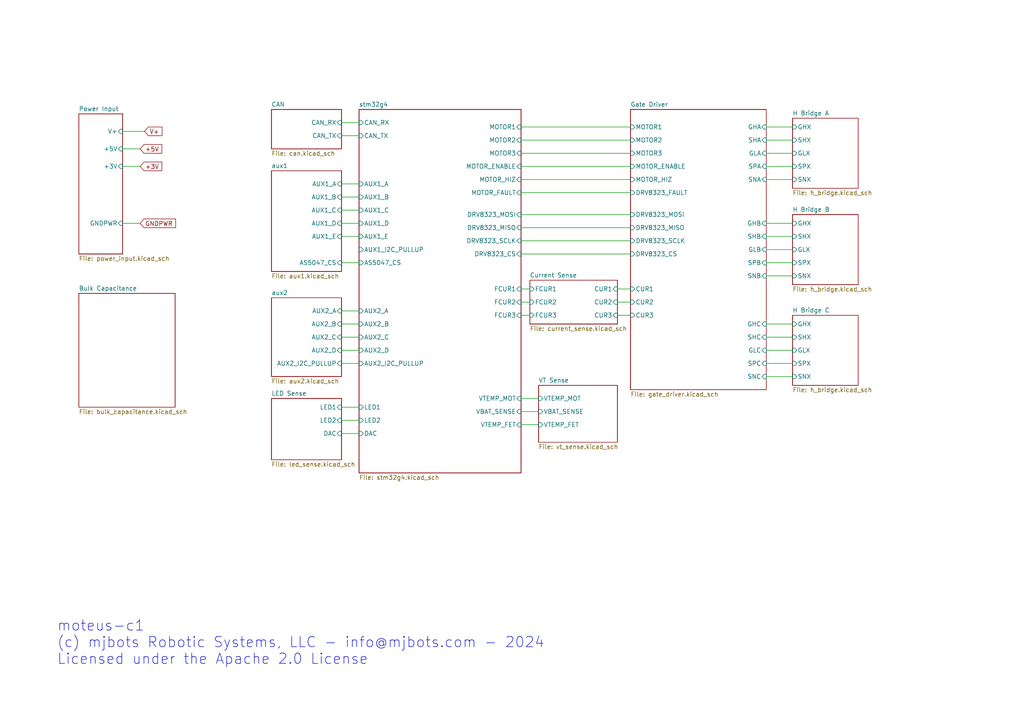
<source format=kicad_sch>
(kicad_sch (version 20230121) (generator eeschema)
  (paper "A4")
  (title_block (title "moteus-c1") (rev "1.2"))
  (lib_symbols)
  (wire (pts (xy 222.25 40.64) (xy 229.87 40.64)))
  (wire (pts (xy 222.25 72.39) (xy 229.87 72.39)))
  (wire (pts (xy 99.06 125.73) (xy 104.14 125.73)))
  (wire (pts (xy 222.25 101.6) (xy 229.87 101.6)))
  (wire (pts (xy 151.13 91.44) (xy 153.67 91.44)))
  (wire (pts (xy 99.06 53.34) (xy 104.14 53.34)))
  (wire (pts (xy 222.25 36.83) (xy 229.87 36.83)))
  (wire (pts (xy 151.13 40.64) (xy 182.88 40.64)))
  (wire (pts (xy 179.07 91.44) (xy 182.88 91.44)))
  (wire (pts (xy 222.25 48.26) (xy 229.87 48.26)))
  (wire (pts (xy 151.13 36.83) (xy 182.88 36.83)))
  (wire (pts (xy 99.06 64.77) (xy 104.14 64.77)))
  (wire (pts (xy 99.06 60.96) (xy 104.14 60.96)))
  (wire (pts (xy 151.13 87.63) (xy 153.67 87.63)))
  (wire (pts (xy 222.25 109.22) (xy 229.87 109.22)))
  (wire (pts (xy 222.25 64.77) (xy 229.87 64.77)))
  (wire (pts (xy 35.56 64.77) (xy 40.64 64.77)))
  (wire (pts (xy 179.07 87.63) (xy 182.88 87.63)))
  (wire (pts (xy 99.06 97.79) (xy 104.14 97.79)))
  (wire (pts (xy 151.13 83.82) (xy 153.67 83.82)))
  (wire (pts (xy 222.25 97.79) (xy 229.87 97.79)))
  (wire (pts (xy 99.06 39.37) (xy 104.14 39.37)))
  (wire (pts (xy 99.06 93.98) (xy 104.14 93.98)))
  (wire (pts (xy 99.06 76.2) (xy 104.14 76.2)))
  (wire (pts (xy 222.25 93.98) (xy 229.87 93.98)))
  (wire (pts (xy 99.06 101.6) (xy 104.14 101.6)))
  (wire (pts (xy 222.25 80.01) (xy 229.87 80.01)))
  (wire (pts (xy 99.06 121.92) (xy 104.14 121.92)))
  (wire (pts (xy 222.25 44.45) (xy 229.87 44.45)))
  (wire (pts (xy 179.07 83.82) (xy 182.88 83.82)))
  (wire (pts (xy 40.64 43.18) (xy 35.56 43.18)))
  (wire (pts (xy 222.25 52.07) (xy 229.87 52.07)))
  (wire (pts (xy 222.25 76.2) (xy 229.87 76.2)))
  (wire (pts (xy 99.06 90.17) (xy 104.14 90.17)))
  (wire (pts (xy 151.13 55.88) (xy 182.88 55.88)))
  (wire (pts (xy 151.13 115.57) (xy 156.21 115.57)))
  (wire (pts (xy 151.13 48.26) (xy 182.88 48.26)))
  (wire (pts (xy 99.06 118.11) (xy 104.14 118.11)))
  (wire (pts (xy 151.13 62.23) (xy 182.88 62.23)))
  (wire (pts (xy 151.13 44.45) (xy 182.88 44.45)))
  (wire (pts (xy 99.06 35.56) (xy 104.14 35.56)))
  (wire (pts (xy 99.06 105.41) (xy 104.14 105.41)))
  (wire (pts (xy 151.13 73.66) (xy 182.88 73.66)))
  (wire (pts (xy 151.13 52.07) (xy 182.88 52.07)))
  (wire (pts (xy 222.25 68.58) (xy 229.87 68.58)))
  (wire (pts (xy 222.25 105.41) (xy 229.87 105.41)))
  (wire (pts (xy 99.06 57.15) (xy 104.14 57.15)))
  (wire (pts (xy 35.56 38.1) (xy 41.91 38.1)))
  (wire (pts (xy 151.13 123.19) (xy 156.21 123.19)))
  (wire (pts (xy 99.06 68.58) (xy 104.14 68.58)))
  (wire (pts (xy 40.64 48.26) (xy 35.56 48.26)))
  (wire (pts (xy 151.13 119.38) (xy 156.21 119.38)))
  (wire (pts (xy 151.13 69.85) (xy 182.88 69.85)))
  (wire (pts (xy 151.13 66.04) (xy 182.88 66.04)))
  (text "moteus-c1\n(c) mjbots Robotic Systems, LLC - info@mjbots.com - 2024\nLicensed under the Apache 2.0 License" (at 16.51 193.04 0) (effects (font (size 3 3)) (justify left bottom)))
  (global_label "+3V" (shape input) (at 40.64 48.26 0) (property "Intersheetrefs" "${INTERSHEET_REFS}" (effects hide)))
  (global_label "V+" (shape input) (at 41.91 38.1 0) (property "Intersheetrefs" "${INTERSHEET_REFS}" (effects hide)))
  (global_label "+5V" (shape input) (at 40.64 43.18 0) (property "Intersheetrefs" "${INTERSHEET_REFS}" (effects hide)))
  (global_label "GNDPWR" (shape input) (at 40.64 64.77 0) (property "Intersheetrefs" "${INTERSHEET_REFS}" (effects hide)))
  (sheet (at 156.21 111.76) (size 22.86 16.51) (stroke (width 0.1524))
    (property "Sheetname" "VT Sense" (at 156.21 111.0484 0) (effects (justify left bottom)))
    (property "Sheetfile" "vt_sense.kicad_sch" (at 156.21 128.8546 0) (effects (justify left top)))
    (pin "VBAT_SENSE" input (at 156.21 119.38 180))
    (pin "VTEMP_FET" input (at 156.21 123.19 180))
    (pin "VTEMP_MOT" input (at 156.21 115.57 180))
  )
  (sheet (at 78.74 115.57) (size 20.32 17.78) (stroke (width 0.1524))
    (property "Sheetname" "LED Sense" (at 78.74 114.8584 0) (effects (justify left bottom)))
    (property "Sheetfile" "led_sense.kicad_sch" (at 78.74 133.9346 0) (effects (justify left top)))
    (pin "LED1" input (at 99.06 118.11 0))
    (pin "LED2" input (at 99.06 121.92 0))
    (pin "DAC" input (at 99.06 125.73 0))
  )
  (sheet (at 104.14 31.75) (size 46.99 105.41) (stroke (width 0.1524))
    (property "Sheetname" "stm32g4" (at 104.14 31.0384 0) (effects (justify left bottom)))
    (property "Sheetfile" "stm32g4.kicad_sch" (at 104.14 137.7446 0) (effects (justify left top)))
    (pin "MOTOR1" input (at 151.13 36.83 0))
    (pin "MOTOR2" input (at 151.13 40.64 0))
    (pin "MOTOR3" input (at 151.13 44.45 0))
    (pin "FCUR1" input (at 151.13 83.82 0))
    (pin "FCUR2" input (at 151.13 87.63 0))
    (pin "DAC" input (at 104.14 125.73 180))
    (pin "AUX1_A" input (at 104.14 53.34 180))
    (pin "VTEMP_MOT" input (at 151.13 115.57 0))
    (pin "VBAT_SENSE" input (at 151.13 119.38 0))
    (pin "AUX2_B" input (at 104.14 93.98 180))
    (pin "AUX2_C" input (at 104.14 97.79 180))
    (pin "AUX1_C" input (at 104.14 60.96 180))
    (pin "MOTOR_ENABLE" input (at 151.13 48.26 0))
    (pin "MOTOR_HIZ" input (at 151.13 52.07 0))
    (pin "AUX2_A" input (at 104.14 90.17 180))
    (pin "DRV8323_MOSI" input (at 151.13 62.23 0))
    (pin "DRV8323_MISO" input (at 151.13 66.04 0))
    (pin "DRV8323_SCLK" input (at 151.13 69.85 0))
    (pin "LED2" input (at 104.14 121.92 180))
    (pin "MOTOR_FAULT" input (at 151.13 55.88 0))
    (pin "LED1" input (at 104.14 118.11 180))
    (pin "DRV8323_CS" input (at 151.13 73.66 0))
    (pin "AUX2_I2C_PULLUP" input (at 104.14 105.41 180))
    (pin "AUX1_D" input (at 104.14 64.77 180))
    (pin "AS5047_CS" input (at 104.14 76.2 180))
    (pin "AUX1_E" input (at 104.14 68.58 180))
    (pin "FCUR3" input (at 151.13 91.44 0))
    (pin "AUX1_B" input (at 104.14 57.15 180))
    (pin "CAN_RX" input (at 104.14 35.56 180))
    (pin "CAN_TX" input (at 104.14 39.37 180))
    (pin "VTEMP_FET" input (at 151.13 123.19 0))
    (pin "AUX2_D" input (at 104.14 101.6 180))
    (pin "AUX1_I2C_PULLUP" input (at 104.14 72.39 180))
  )
  (sheet (at 229.87 62.23) (size 19.05 20.32) (stroke (width 0.1524))
    (property "Sheetname" "H Bridge B" (at 229.87 61.5184 0) (effects (justify left bottom)))
    (property "Sheetfile" "h_bridge.kicad_sch" (at 229.87 83.1346 0) (effects (justify left top)))
    (pin "SHX" input (at 229.87 68.58 180))
    (pin "GHX" input (at 229.87 64.77 180))
    (pin "SPX" input (at 229.87 76.2 180))
    (pin "SNX" input (at 229.87 80.01 180))
    (pin "GLX" input (at 229.87 72.39 180))
  )
  (sheet (at 22.86 85.09) (size 27.94 33.02) (stroke (width 0.1524))
    (property "Sheetname" "Bulk Capacitance" (at 22.86 84.3784 0) (effects (justify left bottom)))
    (property "Sheetfile" "bulk_capacitance.kicad_sch" (at 22.86 118.6946 0) (effects (justify left top)))
  )
  (sheet (at 229.87 91.44) (size 19.05 20.32) (stroke (width 0.1524))
    (property "Sheetname" "H Bridge C" (at 229.87 90.7284 0) (effects (justify left bottom)))
    (property "Sheetfile" "h_bridge.kicad_sch" (at 229.87 112.3446 0) (effects (justify left top)))
    (pin "SHX" input (at 229.87 97.79 180))
    (pin "GHX" input (at 229.87 93.98 180))
    (pin "SPX" input (at 229.87 105.41 180))
    (pin "SNX" input (at 229.87 109.22 180))
    (pin "GLX" input (at 229.87 101.6 180))
  )
  (sheet (at 78.74 86.36) (size 20.32 22.86) (stroke (width 0.1524))
    (property "Sheetname" "aux2" (at 78.74 85.6484 0) (effects (justify left bottom)))
    (property "Sheetfile" "aux2.kicad_sch" (at 78.74 109.8046 0) (effects (justify left top)))
    (pin "AUX2_A" input (at 99.06 90.17 0))
    (pin "AUX2_D" input (at 99.06 101.6 0))
    (pin "AUX2_C" input (at 99.06 97.79 0))
    (pin "AUX2_B" input (at 99.06 93.98 0))
    (pin "AUX2_I2C_PULLUP" input (at 99.06 105.41 0))
  )
  (sheet (at 153.67 81.28) (size 25.4 12.7) (stroke (width 0.1524))
    (property "Sheetname" "Current Sense" (at 153.67 80.5684 0) (effects (justify left bottom)))
    (property "Sheetfile" "current_sense.kicad_sch" (at 153.67 94.5646 0) (effects (justify left top)))
    (pin "CUR3" input (at 179.07 91.44 0))
    (pin "CUR2" input (at 179.07 87.63 0))
    (pin "CUR1" input (at 179.07 83.82 0))
    (pin "FCUR1" input (at 153.67 83.82 180))
    (pin "FCUR3" input (at 153.67 91.44 180))
    (pin "FCUR2" input (at 153.67 87.63 180))
  )
  (sheet (at 182.88 31.75) (size 39.37 81.28) (stroke (width 0.1524))
    (property "Sheetname" "Gate Driver" (at 182.88 31.0384 0) (effects (justify left bottom)))
    (property "Sheetfile" "gate_driver.kicad_sch" (at 182.88 113.6146 0) (effects (justify left top)))
    (pin "GHA" input (at 222.25 36.83 0))
    (pin "SHA" input (at 222.25 40.64 0))
    (pin "GLA" input (at 222.25 44.45 0))
    (pin "GHC" input (at 222.25 93.98 0))
    (pin "SHC" input (at 222.25 97.79 0))
    (pin "GHB" input (at 222.25 64.77 0))
    (pin "SHB" input (at 222.25 68.58 0))
    (pin "GLB" input (at 222.25 72.39 0))
    (pin "MOTOR2" input (at 182.88 40.64 180))
    (pin "MOTOR_HIZ" input (at 182.88 52.07 180))
    (pin "MOTOR1" input (at 182.88 36.83 180))
    (pin "MOTOR_ENABLE" input (at 182.88 48.26 180))
    (pin "MOTOR3" input (at 182.88 44.45 180))
    (pin "DRV8323_MISO" input (at 182.88 66.04 180))
    (pin "DRV8323_MOSI" input (at 182.88 62.23 180))
    (pin "DRV8323_SCLK" input (at 182.88 69.85 180))
    (pin "DRV8323_CS" input (at 182.88 73.66 180))
    (pin "DRV8323_FAULT" input (at 182.88 55.88 180))
    (pin "CUR1" input (at 182.88 83.82 180))
    (pin "CUR2" input (at 182.88 87.63 180))
    (pin "CUR3" input (at 182.88 91.44 180))
    (pin "SNA" input (at 222.25 52.07 0))
    (pin "GLC" input (at 222.25 101.6 0))
    (pin "SPC" input (at 222.25 105.41 0))
    (pin "SNC" input (at 222.25 109.22 0))
    (pin "SPB" input (at 222.25 76.2 0))
    (pin "SNB" input (at 222.25 80.01 0))
    (pin "SPA" input (at 222.25 48.26 0))
  )
  (sheet (at 78.74 31.75) (size 20.32 11.43) (stroke (width 0.1524))
    (property "Sheetname" "CAN" (at 78.74 31.0384 0) (effects (justify left bottom)))
    (property "Sheetfile" "can.kicad_sch" (at 78.74 43.7646 0) (effects (justify left top)))
    (pin "CAN_TX" input (at 99.06 39.37 0))
    (pin "CAN_RX" input (at 99.06 35.56 0))
  )
  (sheet (at 22.86 33.02) (size 12.7 40.64) (stroke (width 0.1524))
    (property "Sheetname" "Power Input" (at 22.86 32.3084 0) (effects (justify left bottom)))
    (property "Sheetfile" "power_input.kicad_sch" (at 22.86 74.2446 0) (effects (justify left top)))
    (pin "V+" input (at 35.56 38.1 0))
    (pin "+5V" input (at 35.56 43.18 0))
    (pin "+3V" input (at 35.56 48.26 0))
    (pin "GNDPWR" input (at 35.56 64.77 0))
  )
  (sheet (at 229.87 34.29) (size 19.05 20.32) (stroke (width 0.1524))
    (property "Sheetname" "H Bridge A" (at 229.87 33.5784 0) (effects (justify left bottom)))
    (property "Sheetfile" "h_bridge.kicad_sch" (at 229.87 55.1946 0) (effects (justify left top)))
    (pin "SHX" input (at 229.87 40.64 180))
    (pin "GHX" input (at 229.87 36.83 180))
    (pin "SPX" input (at 229.87 48.26 180))
    (pin "SNX" input (at 229.87 52.07 180))
    (pin "GLX" input (at 229.87 44.45 180))
  )
  (sheet (at 78.74 49.53) (size 20.32 29.21) (stroke (width 0.1524))
    (property "Sheetname" "aux1" (at 78.74 48.8184 0) (effects (justify left bottom)))
    (property "Sheetfile" "aux1.kicad_sch" (at 78.74 79.3246 0) (effects (justify left top)))
    (pin "AUX1_C" input (at 99.06 60.96 0))
    (pin "AS5047_CS" input (at 99.06 76.2 0))
    (pin "AUX1_A" input (at 99.06 53.34 0))
    (pin "AUX1_B" input (at 99.06 57.15 0))
    (pin "AUX1_D" input (at 99.06 64.77 0))
    (pin "AUX1_E" input (at 99.06 68.58 0))
  )
)
</source>
